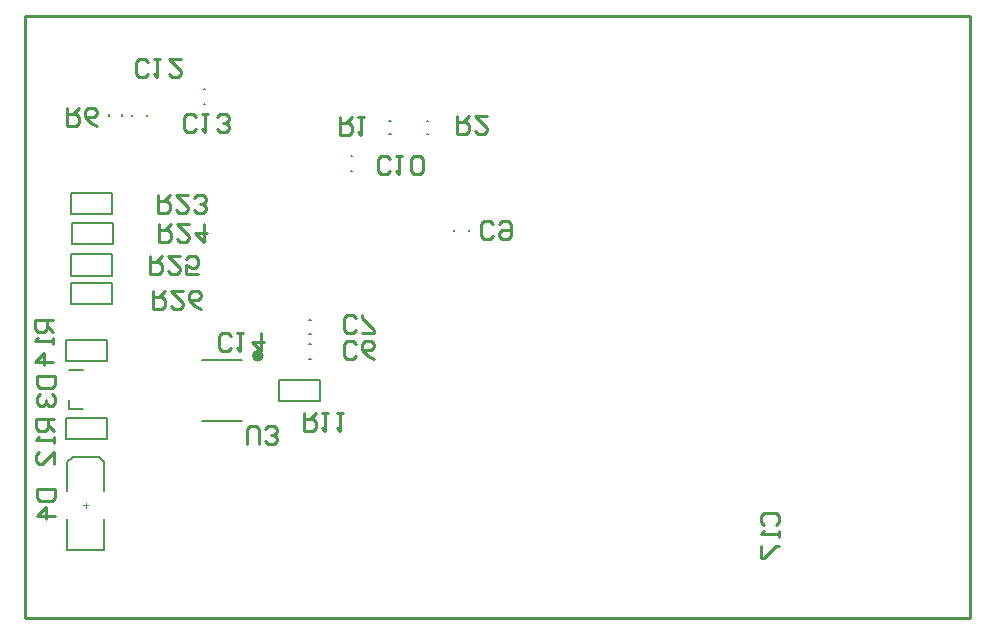
<source format=gbo>
%FSLAX25Y25*%
%MOIN*%
G70*
G01*
G75*
G04 Layer_Color=32896*
%ADD10C,0.03937*%
%ADD11R,0.05315X0.06102*%
%ADD12O,0.07480X0.02362*%
%ADD13O,0.08268X0.01181*%
%ADD14O,0.01181X0.08268*%
%ADD15R,0.04528X0.10630*%
%ADD16R,0.04528X0.05709*%
%ADD17R,0.05118X0.03347*%
%ADD18O,0.23622X0.09843*%
G04:AMPARAMS|DCode=19|XSize=98.43mil|YSize=236.22mil|CornerRadius=0mil|HoleSize=0mil|Usage=FLASHONLY|Rotation=90.000|XOffset=0mil|YOffset=0mil|HoleType=Round|Shape=Octagon|*
%AMOCTAGOND19*
4,1,8,-0.11811,-0.02461,-0.11811,0.02461,-0.09350,0.04921,0.09350,0.04921,0.11811,0.02461,0.11811,-0.02461,0.09350,-0.04921,-0.09350,-0.04921,-0.11811,-0.02461,0.0*
%
%ADD19OCTAGOND19*%

%ADD20R,0.05118X0.05906*%
%ADD21R,0.03347X0.05118*%
%ADD22R,0.09213X0.08600*%
%ADD23R,0.02362X0.04528*%
%ADD24R,0.02362X0.07874*%
%ADD25O,0.02362X0.07874*%
%ADD26R,0.18898X0.20079*%
%ADD27R,0.03937X0.11811*%
%ADD28R,0.07874X0.01575*%
%ADD29R,0.01575X0.03937*%
%ADD30R,0.04724X0.03937*%
%ADD31R,0.05709X0.04528*%
%ADD32C,0.03937*%
%ADD33C,0.00800*%
%ADD34C,0.01500*%
%ADD35C,0.05000*%
%ADD36C,0.02000*%
%ADD37C,0.03000*%
%ADD38C,0.01200*%
%ADD39C,0.01000*%
%ADD40C,0.04000*%
%ADD41C,0.00394*%
%ADD42C,0.05906*%
%ADD43R,0.05906X0.05906*%
%ADD44C,0.04331*%
%ADD45O,0.05000X0.04000*%
%ADD46C,0.05000*%
%ADD47C,0.07087*%
%ADD48C,0.05315*%
%ADD49C,0.06299*%
%ADD50C,0.10630*%
%ADD51R,0.10630X0.10630*%
%ADD52C,0.08661*%
%ADD53C,0.02400*%
%ADD54C,0.03600*%
%ADD55R,0.03937X0.04724*%
%ADD56R,0.04331X0.05512*%
%ADD57R,0.04724X0.03150*%
%ADD58O,0.07874X0.02400*%
%ADD59O,0.07874X0.02402*%
%ADD60R,0.05512X0.04331*%
%ADD61R,0.09055X0.09055*%
%ADD62C,0.02362*%
%ADD63C,0.00984*%
%ADD64C,0.00787*%
%ADD65C,0.01575*%
%ADD66C,0.00700*%
%ADD67R,0.08000X0.01075*%
%ADD68R,0.07284X0.03866*%
%ADD69C,0.05906*%
%ADD70R,0.06115X0.06902*%
%ADD71O,0.08280X0.03162*%
%ADD72O,0.09068X0.01981*%
%ADD73O,0.01981X0.09068*%
%ADD74R,0.05328X0.11430*%
%ADD75R,0.05328X0.06509*%
%ADD76R,0.05918X0.04147*%
%ADD77O,0.24422X0.10642*%
G04:AMPARAMS|DCode=78|XSize=106.42mil|YSize=244.22mil|CornerRadius=0mil|HoleSize=0mil|Usage=FLASHONLY|Rotation=90.000|XOffset=0mil|YOffset=0mil|HoleType=Round|Shape=Octagon|*
%AMOCTAGOND78*
4,1,8,-0.12211,-0.02661,-0.12211,0.02661,-0.09550,0.05321,0.09550,0.05321,0.12211,0.02661,0.12211,-0.02661,0.09550,-0.05321,-0.09550,-0.05321,-0.12211,-0.02661,0.0*
%
%ADD78OCTAGOND78*%

%ADD79R,0.05918X0.06706*%
%ADD80R,0.04147X0.05918*%
%ADD81R,0.10013X0.09400*%
%ADD82R,0.03162X0.05328*%
%ADD83R,0.03162X0.08674*%
%ADD84O,0.03162X0.08674*%
%ADD85R,0.19698X0.20879*%
%ADD86R,0.04737X0.12611*%
%ADD87R,0.08674X0.02375*%
%ADD88R,0.02375X0.04737*%
%ADD89R,0.05524X0.04737*%
%ADD90R,0.06509X0.05328*%
%ADD91C,0.04737*%
%ADD92C,0.06706*%
%ADD93R,0.06706X0.06706*%
%ADD94C,0.05131*%
%ADD95O,0.05800X0.04800*%
%ADD96C,0.05800*%
%ADD97C,0.07887*%
%ADD98C,0.06115*%
%ADD99C,0.07099*%
%ADD100C,0.11430*%
%ADD101R,0.11430X0.11430*%
%ADD102C,0.09461*%
%ADD103C,0.03200*%
%ADD104R,0.04737X0.05524*%
%ADD105R,0.05131X0.06312*%
%ADD106R,0.05524X0.03950*%
%ADD107O,0.08674X0.03200*%
%ADD108O,0.08674X0.03202*%
%ADD109R,0.06312X0.05131*%
%ADD110R,0.09855X0.09855*%
%ADD111C,0.01969*%
D39*
X42520Y108994D02*
Y102996D01*
X45519D01*
X46518Y103995D01*
Y105995D01*
X45519Y106994D01*
X42520D01*
X44519D02*
X46518Y108994D01*
X52517D02*
X48518D01*
X52517Y104995D01*
Y103995D01*
X51517Y102996D01*
X49517D01*
X48518Y103995D01*
X58514Y102996D02*
X56515Y103995D01*
X54516Y105995D01*
Y107994D01*
X55515Y108994D01*
X57515D01*
X58514Y107994D01*
Y106994D01*
X57515Y105995D01*
X54516D01*
X41520Y120894D02*
Y114896D01*
X44519D01*
X45518Y115895D01*
Y117895D01*
X44519Y118894D01*
X41520D01*
X43519D02*
X45518Y120894D01*
X51516D02*
X47518D01*
X51516Y116895D01*
Y115895D01*
X50517Y114896D01*
X48517D01*
X47518Y115895D01*
X57515Y114896D02*
X53516D01*
Y117895D01*
X55515Y116895D01*
X56515D01*
X57515Y117895D01*
Y119894D01*
X56515Y120894D01*
X54515D01*
X53516Y119894D01*
X44520Y131494D02*
Y125496D01*
X47519D01*
X48518Y126495D01*
Y128495D01*
X47519Y129494D01*
X44520D01*
X46519D02*
X48518Y131494D01*
X54517D02*
X50518D01*
X54517Y127495D01*
Y126495D01*
X53517Y125496D01*
X51517D01*
X50518Y126495D01*
X59515Y131494D02*
Y125496D01*
X56516Y128495D01*
X60514D01*
X44220Y140994D02*
Y134996D01*
X47219D01*
X48218Y135995D01*
Y137995D01*
X47219Y138994D01*
X44220D01*
X46219D02*
X48218Y140994D01*
X54216D02*
X50218D01*
X54216Y136995D01*
Y135995D01*
X53217Y134996D01*
X51217D01*
X50218Y135995D01*
X56216D02*
X57215Y134996D01*
X59215D01*
X60215Y135995D01*
Y136995D01*
X59215Y137995D01*
X58215D01*
X59215D01*
X60215Y138994D01*
Y139994D01*
X59215Y140994D01*
X57215D01*
X56216Y139994D01*
X13920Y170194D02*
Y164196D01*
X16919D01*
X17918Y165195D01*
Y167195D01*
X16919Y168194D01*
X13920D01*
X15919D02*
X17918Y170194D01*
X23916Y164196D02*
X21917Y165195D01*
X19918Y167195D01*
Y169194D01*
X20917Y170194D01*
X22917D01*
X23916Y169194D01*
Y168194D01*
X22917Y167195D01*
X19918D01*
X144020Y167294D02*
Y161296D01*
X147019D01*
X148018Y162295D01*
Y164295D01*
X147019Y165294D01*
X144020D01*
X146019D02*
X148018Y167294D01*
X154016D02*
X150018D01*
X154016Y163295D01*
Y162295D01*
X153017Y161296D01*
X151017D01*
X150018Y162295D01*
X105020Y166994D02*
Y160996D01*
X108019D01*
X109018Y161995D01*
Y163995D01*
X108019Y164994D01*
X105020D01*
X107019D02*
X109018Y166994D01*
X111018D02*
X113017D01*
X112017D01*
Y160996D01*
X111018Y161995D01*
X56818Y163095D02*
X55819Y162096D01*
X53819D01*
X52820Y163095D01*
Y167094D01*
X53819Y168094D01*
X55819D01*
X56818Y167094D01*
X58818Y168094D02*
X60817D01*
X59817D01*
Y162096D01*
X58818Y163095D01*
X63816D02*
X64816Y162096D01*
X66815D01*
X67815Y163095D01*
Y164095D01*
X66815Y165095D01*
X65816D01*
X66815D01*
X67815Y166094D01*
Y167094D01*
X66815Y168094D01*
X64816D01*
X63816Y167094D01*
X40818Y181295D02*
X39819Y180296D01*
X37819D01*
X36820Y181295D01*
Y185294D01*
X37819Y186294D01*
X39819D01*
X40818Y185294D01*
X42818Y186294D02*
X44817D01*
X43817D01*
Y180296D01*
X42818Y181295D01*
X51815Y186294D02*
X47816D01*
X51815Y182295D01*
Y181295D01*
X50815Y180296D01*
X48816D01*
X47816Y181295D01*
X121518Y149195D02*
X120519Y148196D01*
X118519D01*
X117520Y149195D01*
Y153194D01*
X118519Y154194D01*
X120519D01*
X121518Y153194D01*
X123518Y154194D02*
X125517D01*
X124517D01*
Y148196D01*
X123518Y149195D01*
X128516D02*
X129516Y148196D01*
X131515D01*
X132515Y149195D01*
Y153194D01*
X131515Y154194D01*
X129516D01*
X128516Y153194D01*
Y149195D01*
X156018Y127595D02*
X155019Y126596D01*
X153019D01*
X152020Y127595D01*
Y131594D01*
X153019Y132594D01*
X155019D01*
X156018Y131594D01*
X158018D02*
X159017Y132594D01*
X161017D01*
X162016Y131594D01*
Y127595D01*
X161017Y126596D01*
X159017D01*
X158018Y127595D01*
Y128595D01*
X159017Y129595D01*
X162016D01*
X110418Y95995D02*
X109419Y94996D01*
X107419D01*
X106420Y95995D01*
Y99994D01*
X107419Y100994D01*
X109419D01*
X110418Y99994D01*
X112418Y94996D02*
X116417D01*
Y95995D01*
X112418Y99994D01*
Y100994D01*
X110218Y87295D02*
X109219Y86296D01*
X107219D01*
X106220Y87295D01*
Y91294D01*
X107219Y92294D01*
X109219D01*
X110218Y91294D01*
X116217Y86296D02*
X114217Y87295D01*
X112218Y89295D01*
Y91294D01*
X113217Y92294D01*
X115217D01*
X116217Y91294D01*
Y90294D01*
X115217Y89295D01*
X112218D01*
X68518Y90195D02*
X67519Y89196D01*
X65519D01*
X64520Y90195D01*
Y94194D01*
X65519Y95194D01*
X67519D01*
X68518Y94194D01*
X70518Y95194D02*
X72517D01*
X71517D01*
Y89196D01*
X70518Y90195D01*
X78515Y95194D02*
Y89196D01*
X75516Y92195D01*
X79515D01*
X246121Y31095D02*
X245122Y32095D01*
Y34094D01*
X246121Y35094D01*
X250120D01*
X251120Y34094D01*
Y32095D01*
X250120Y31095D01*
X251120Y29096D02*
Y27096D01*
Y28096D01*
X245122D01*
X246121Y29096D01*
X245122Y24097D02*
Y20099D01*
X246121D01*
X250120Y24097D01*
X251120D01*
X3922Y80694D02*
X9920D01*
Y77695D01*
X8920Y76695D01*
X4921D01*
X3922Y77695D01*
Y80694D01*
X4921Y74696D02*
X3922Y73696D01*
Y71697D01*
X4921Y70697D01*
X5921D01*
X6921Y71697D01*
Y72696D01*
Y71697D01*
X7920Y70697D01*
X8920D01*
X9920Y71697D01*
Y73696D01*
X8920Y74696D01*
X4022Y43094D02*
X10020D01*
Y40095D01*
X9020Y39095D01*
X5021D01*
X4022Y40095D01*
Y43094D01*
X10020Y34097D02*
X4022D01*
X7021Y37096D01*
Y33097D01*
X93020Y68494D02*
Y62496D01*
X96019D01*
X97018Y63495D01*
Y65495D01*
X96019Y66494D01*
X93020D01*
X95019D02*
X97018Y68494D01*
X99018D02*
X101017D01*
X100017D01*
Y62496D01*
X99018Y63495D01*
X104016Y68494D02*
X106016D01*
X105016D01*
Y62496D01*
X104016Y63495D01*
X74020Y58196D02*
Y63194D01*
X75019Y64194D01*
X77019D01*
X78018Y63194D01*
Y58196D01*
X80018Y59195D02*
X81017Y58196D01*
X83017D01*
X84017Y59195D01*
Y60195D01*
X83017Y61195D01*
X82017D01*
X83017D01*
X84017Y62194D01*
Y63194D01*
X83017Y64194D01*
X81017D01*
X80018Y63194D01*
X9720Y66494D02*
X3722D01*
Y63495D01*
X4721Y62495D01*
X6721D01*
X7720Y63495D01*
Y66494D01*
Y64494D02*
X9720Y62495D01*
Y60496D02*
Y58496D01*
Y59496D01*
X3722D01*
X4721Y60496D01*
X9720Y51499D02*
Y55497D01*
X5721Y51499D01*
X4721D01*
X3722Y52498D01*
Y54498D01*
X4721Y55497D01*
X9420Y99294D02*
X3422D01*
Y96295D01*
X4421Y95295D01*
X6421D01*
X7420Y96295D01*
Y99294D01*
Y97294D02*
X9420Y95295D01*
Y93296D02*
Y91296D01*
Y92296D01*
X3422D01*
X4421Y93296D01*
X9420Y85298D02*
X3422D01*
X6421Y88297D01*
Y84299D01*
X0Y0D02*
X314961D01*
Y200787D01*
X0D02*
X314961D01*
X0Y0D02*
Y200787D01*
D41*
X20120Y36906D02*
Y38481D01*
X19332Y37694D02*
X20907D01*
D64*
X94723Y91354D02*
X95117D01*
X94723Y86433D02*
X95117D01*
X94723Y99554D02*
X95117D01*
X94723Y94633D02*
X95117D01*
X15328Y104750D02*
X28911D01*
X15328Y111837D02*
X28911D01*
Y104750D02*
Y111837D01*
X15328Y104750D02*
Y111837D01*
Y114250D02*
X28911D01*
X15328Y121337D02*
X28911D01*
Y114250D02*
Y121337D01*
X15328Y114250D02*
Y121337D01*
X15528Y124850D02*
X29111D01*
X15528Y131937D02*
X29111D01*
Y124850D02*
Y131937D01*
X15528Y124850D02*
Y131937D01*
X15428Y134750D02*
X29011D01*
X15428Y141837D02*
X29011D01*
Y134750D02*
Y141837D01*
X15428Y134750D02*
Y141837D01*
X27954Y167597D02*
Y167991D01*
X32285Y167597D02*
Y167991D01*
X40680Y167297D02*
Y167691D01*
X35759Y167297D02*
Y167691D01*
X121423Y165859D02*
X121817D01*
X121423Y161528D02*
X121817D01*
X134023Y165859D02*
X134416D01*
X134023Y161528D02*
X134416D01*
X142959Y128997D02*
Y129391D01*
X147880Y128997D02*
Y129391D01*
X108623Y149033D02*
X109017D01*
X108623Y153954D02*
X109017D01*
X59623Y176354D02*
X60017D01*
X59623Y171433D02*
X60017D01*
X98311Y72350D02*
Y79437D01*
X84728Y72350D02*
Y79437D01*
Y72350D02*
X98311D01*
X84728Y79437D02*
X98311D01*
X27311Y85850D02*
Y92937D01*
X13728Y85850D02*
Y92937D01*
Y85850D02*
X27311D01*
X13728Y92937D02*
X27311D01*
X13728Y59850D02*
X27311D01*
X13728Y66937D02*
X27311D01*
Y59850D02*
Y66937D01*
X13728Y59850D02*
Y66937D01*
X14712Y82889D02*
X19212D01*
X14712Y69897D02*
Y72893D01*
Y69897D02*
X19212D01*
X59016Y86150D02*
X72402D01*
X59016Y65638D02*
X72402D01*
X14017Y22733D02*
X26222D01*
X14017Y52064D02*
X15789Y53835D01*
X24450D02*
X26222Y52064D01*
X15789Y53835D02*
X24450D01*
X14017Y22733D02*
Y32969D01*
X26222Y22733D02*
Y32969D01*
Y42418D02*
Y52064D01*
X14017Y42418D02*
Y52064D01*
D111*
X78504Y87528D02*
G03*
X78504Y87528I-984J0D01*
G01*
M02*

</source>
